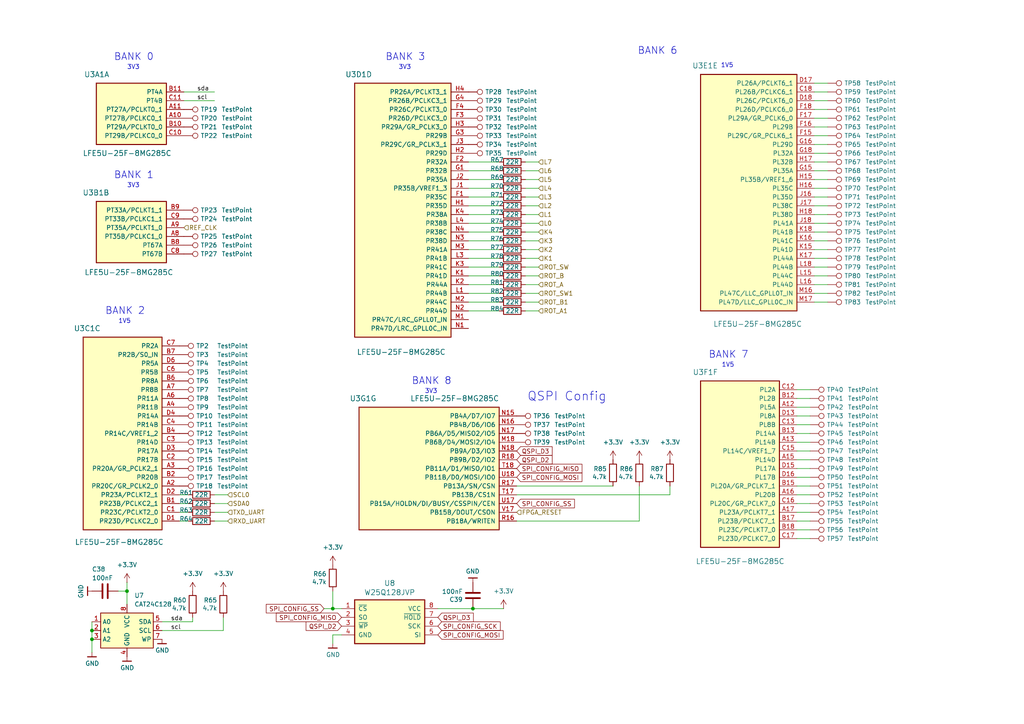
<source format=kicad_sch>
(kicad_sch (version 20250114) (generator "eeschema") (generator_version "9.0")
  (paper "A4")
  (title_block (title "FPGALER ") (date "2026-01-17") (rev "0") (comment 1 "Ing. Daniele Basile") (comment 2 "asterix24@gmail.com"))
  (text "BANK 3" (at 111.76 17.78 0) (effects (font (size 2.032 2.032)) (justify left bottom)))
  (text "1V5" (at 209.296 106.68 0) (effects (font (size 1.27 1.27)) (justify left bottom)))
  (text "BANK 0" (at 33.02 17.78 0) (effects (font (size 2.032 2.032)) (justify left bottom)))
  (text "3V3\n" (at 36.83 20.32 0) (effects (font (size 1.27 1.27)) (justify left bottom)))
  (text "BANK 2" (at 30.48 91.44 0) (effects (font (size 2.032 2.032)) (justify left bottom)))
  (text "3V3" (at 36.83 54.61 0) (effects (font (size 1.27 1.27)) (justify left bottom)))
  (text "3V3" (at 123.19 114.3 0) (effects (font (size 1.27 1.27)) (justify left bottom)))
  (text "BANK 1" (at 33.02 52.07 0) (effects (font (size 2.032 2.032)) (justify left bottom)))
  (text "QSPI Config" (at 152.908 116.586 0) (effects (font (size 2.54 2.54)) (justify left bottom)))
  (text "BANK 8" (at 119.38 111.76 0) (effects (font (size 2.032 2.032)) (justify left bottom)))
  (text "1V5" (at 34.29 93.98 0) (effects (font (size 1.27 1.27)) (justify left bottom)))
  (text "1V5\n" (at 209.042 19.812 0) (effects (font (size 1.27 1.27)) (justify left bottom)))
  (text "3V3\n" (at 115.57 20.32 0) (effects (font (size 1.27 1.27)) (justify left bottom)))
  (text "BANK 6" (at 184.912 16.002 0) (effects (font (size 2.032 2.032)) (justify left bottom)))
  (text "BANK 7" (at 205.486 104.14 0) (effects (font (size 2.032 2.032)) (justify left bottom)))
  (junction (at 26.67 182.88))
  (junction (at 137.16 176.53))
  (junction (at 96.52 176.53))
  (junction (at 36.83 171.45))
  (junction (at 26.67 185.42))
  (wire (pts (xy 231.14 140.97) (xy 234.95 140.97)))
  (wire (pts (xy 236.22 36.83) (xy 240.03 36.83)))
  (wire (pts (xy 135.89 82.55) (xy 144.78 82.55)))
  (wire (pts (xy 236.22 31.75) (xy 240.03 31.75)))
  (wire (pts (xy 135.89 57.15) (xy 144.78 57.15)))
  (wire (pts (xy 231.14 148.59) (xy 234.95 148.59)))
  (wire (pts (xy 135.89 87.63) (xy 144.78 87.63)))
  (wire (pts (xy 236.22 69.85) (xy 240.03 69.85)))
  (wire (pts (xy 231.14 135.89) (xy 234.95 135.89)))
  (wire (pts (xy 236.22 67.31) (xy 240.03 67.31)))
  (wire (pts (xy 236.22 44.45) (xy 240.03 44.45)))
  (wire (pts (xy 152.4 59.69) (xy 156.21 59.69)))
  (wire (pts (xy 52.07 146.05) (xy 54.61 146.05)))
  (wire (pts (xy 231.14 156.21) (xy 234.95 156.21)))
  (wire (pts (xy 236.22 77.47) (xy 240.03 77.47)))
  (wire (pts (xy 135.89 77.47) (xy 144.78 77.47)))
  (wire (pts (xy 231.14 123.19) (xy 234.95 123.19)))
  (wire (pts (xy 135.89 49.53) (xy 144.78 49.53)))
  (wire (pts (xy 135.89 85.09) (xy 144.78 85.09)))
  (wire (pts (xy 149.86 140.97) (xy 177.8 140.97)))
  (wire (pts (xy 236.22 26.67) (xy 240.03 26.67)))
  (wire (pts (xy 135.89 52.07) (xy 144.78 52.07)))
  (wire (pts (xy 62.23 143.51) (xy 66.04 143.51)))
  (wire (pts (xy 236.22 49.53) (xy 240.03 49.53)))
  (wire (pts (xy 135.89 69.85) (xy 144.78 69.85)))
  (wire (pts (xy 236.22 52.07) (xy 240.03 52.07)))
  (wire (pts (xy 149.86 143.51) (xy 194.31 143.51)))
  (wire (pts (xy 152.4 82.55) (xy 156.21 82.55)))
  (wire (pts (xy 231.14 113.03) (xy 234.95 113.03)))
  (wire (pts (xy 96.52 186.69) (xy 96.52 184.15)))
  (wire (pts (xy 52.07 151.13) (xy 54.61 151.13)))
  (wire (pts (xy 127 176.53) (xy 137.16 176.53)))
  (wire (pts (xy 236.22 87.63) (xy 240.03 87.63)))
  (wire (pts (xy 96.52 184.15) (xy 99.06 184.15)))
  (wire (pts (xy 194.31 140.97) (xy 194.31 143.51)))
  (wire (pts (xy 152.4 54.61) (xy 156.21 54.61)))
  (wire (pts (xy 46.99 180.34) (xy 55.88 180.34)))
  (wire (pts (xy 53.34 29.21) (xy 62.23 29.21)))
  (wire (pts (xy 152.4 49.53) (xy 156.21 49.53)))
  (wire (pts (xy 236.22 64.77) (xy 240.03 64.77)))
  (wire (pts (xy 231.14 128.27) (xy 234.95 128.27)))
  (wire (pts (xy 152.4 67.31) (xy 156.21 67.31)))
  (wire (pts (xy 52.07 143.51) (xy 54.61 143.51)))
  (wire (pts (xy 231.14 146.05) (xy 234.95 146.05)))
  (wire (pts (xy 236.22 57.15) (xy 240.03 57.15)))
  (wire (pts (xy 152.4 64.77) (xy 156.21 64.77)))
  (wire (pts (xy 62.23 146.05) (xy 66.04 146.05)))
  (wire (pts (xy 152.4 46.99) (xy 156.21 46.99)))
  (wire (pts (xy 231.14 120.65) (xy 234.95 120.65)))
  (wire (pts (xy 236.22 29.21) (xy 240.03 29.21)))
  (wire (pts (xy 96.52 176.53) (xy 96.52 171.45)))
  (wire (pts (xy 26.67 180.34) (xy 26.67 182.88)))
  (wire (pts (xy 152.4 74.93) (xy 156.21 74.93)))
  (wire (pts (xy 96.52 176.53) (xy 93.98 176.53)))
  (wire (pts (xy 62.23 151.13) (xy 66.04 151.13)))
  (wire (pts (xy 55.88 180.34) (xy 55.88 179.07)))
  (wire (pts (xy 152.4 52.07) (xy 156.21 52.07)))
  (wire (pts (xy 135.89 90.17) (xy 144.78 90.17)))
  (wire (pts (xy 236.22 82.55) (xy 240.03 82.55)))
  (wire (pts (xy 99.06 176.53) (xy 96.52 176.53)))
  (wire (pts (xy 135.89 54.61) (xy 144.78 54.61)))
  (wire (pts (xy 135.89 64.77) (xy 144.78 64.77)))
  (wire (pts (xy 231.14 138.43) (xy 234.95 138.43)))
  (wire (pts (xy 135.89 67.31) (xy 144.78 67.31)))
  (wire (pts (xy 135.89 72.39) (xy 144.78 72.39)))
  (wire (pts (xy 135.89 59.69) (xy 144.78 59.69)))
  (wire (pts (xy 36.83 171.45) (xy 36.83 175.26)))
  (wire (pts (xy 135.89 46.99) (xy 144.78 46.99)))
  (wire (pts (xy 26.67 185.42) (xy 26.67 189.23)))
  (wire (pts (xy 231.14 130.81) (xy 234.95 130.81)))
  (wire (pts (xy 231.14 153.67) (xy 234.95 153.67)))
  (wire (pts (xy 135.89 80.01) (xy 144.78 80.01)))
  (wire (pts (xy 231.14 151.13) (xy 234.95 151.13)))
  (wire (pts (xy 34.29 171.45) (xy 36.83 171.45)))
  (wire (pts (xy 152.4 80.01) (xy 156.21 80.01)))
  (wire (pts (xy 152.4 85.09) (xy 156.21 85.09)))
  (wire (pts (xy 231.14 133.35) (xy 234.95 133.35)))
  (wire (pts (xy 149.86 151.13) (xy 185.42 151.13)))
  (wire (pts (xy 152.4 57.15) (xy 156.21 57.15)))
  (wire (pts (xy 236.22 85.09) (xy 240.03 85.09)))
  (wire (pts (xy 53.34 26.67) (xy 62.23 26.67)))
  (wire (pts (xy 231.14 118.11) (xy 234.95 118.11)))
  (wire (pts (xy 236.22 24.13) (xy 240.03 24.13)))
  (wire (pts (xy 231.14 115.57) (xy 234.95 115.57)))
  (wire (pts (xy 36.83 168.91) (xy 36.83 171.45)))
  (wire (pts (xy 236.22 39.37) (xy 240.03 39.37)))
  (wire (pts (xy 152.4 69.85) (xy 156.21 69.85)))
  (wire (pts (xy 152.4 62.23) (xy 156.21 62.23)))
  (wire (pts (xy 62.23 148.59) (xy 66.04 148.59)))
  (wire (pts (xy 236.22 34.29) (xy 240.03 34.29)))
  (wire (pts (xy 236.22 62.23) (xy 240.03 62.23)))
  (wire (pts (xy 64.77 182.88) (xy 64.77 179.07)))
  (wire (pts (xy 135.89 74.93) (xy 144.78 74.93)))
  (wire (pts (xy 26.67 182.88) (xy 26.67 185.42)))
  (wire (pts (xy 185.42 151.13) (xy 185.42 140.97)))
  (wire (pts (xy 236.22 54.61) (xy 240.03 54.61)))
  (wire (pts (xy 231.14 125.73) (xy 234.95 125.73)))
  (wire (pts (xy 236.22 59.69) (xy 240.03 59.69)))
  (wire (pts (xy 236.22 74.93) (xy 240.03 74.93)))
  (wire (pts (xy 236.22 72.39) (xy 240.03 72.39)))
  (wire (pts (xy 236.22 46.99) (xy 240.03 46.99)))
  (wire (pts (xy 236.22 41.91) (xy 240.03 41.91)))
  (wire (pts (xy 152.4 90.17) (xy 156.21 90.17)))
  (wire (pts (xy 152.4 72.39) (xy 156.21 72.39)))
  (wire (pts (xy 46.99 182.88) (xy 64.77 182.88)))
  (wire (pts (xy 236.22 80.01) (xy 240.03 80.01)))
  (wire (pts (xy 152.4 77.47) (xy 156.21 77.47)))
  (wire (pts (xy 135.89 62.23) (xy 144.78 62.23)))
  (wire (pts (xy 52.07 148.59) (xy 54.61 148.59)))
  (wire (pts (xy 137.16 176.53) (xy 146.05 176.53)))
  (wire (pts (xy 152.4 87.63) (xy 156.21 87.63)))
  (wire (pts (xy 231.14 143.51) (xy 234.95 143.51)))
  (label "scl" (at 57.15 29.21 0))
  (label "scl" (at 49.53 182.88 0))
  (label "sda" (at 57.15 26.67 0))
  (label "sda" (at 49.53 180.34 0))
  (global_label "SPI_CONFIG_MISO" (shape input) (at 149.86 135.89 0) (property "Intersheetrefs" "${INTERSHEET_REFS}" (effects (hide yes))))
  (global_label "QSPI_D2" (shape input) (at 149.86 133.35 0) (property "Intersheetrefs" "${INTERSHEET_REFS}" (effects (hide yes))))
  (global_label "SPI_CONFIG_SCK" (shape input) (at 127 181.61 0) (property "Intersheetrefs" "${INTERSHEET_REFS}" (effects (hide yes))))
  (global_label "SPI_CONFIG_SS" (shape input) (at 149.86 146.05 0) (property "Intersheetrefs" "${INTERSHEET_REFS}" (effects (hide yes))))
  (global_label "QSPI_D2" (shape input) (at 99.06 181.61 180) (property "Intersheetrefs" "${INTERSHEET_REFS}" (effects (hide yes))))
  (global_label "QSPI_D3" (shape input) (at 149.86 130.81 0) (property "Intersheetrefs" "${INTERSHEET_REFS}" (effects (hide yes))))
  (global_label "SPI_CONFIG_MISO" (shape input) (at 99.06 179.07 180) (property "Intersheetrefs" "${INTERSHEET_REFS}" (effects (hide yes))))
  (global_label "SPI_CONFIG_MOSI" (shape input) (at 149.86 138.43 0) (property "Intersheetrefs" "${INTERSHEET_REFS}" (effects (hide yes))))
  (global_label "QSPI_D3" (shape input) (at 127 179.07 0) (property "Intersheetrefs" "${INTERSHEET_REFS}" (effects (hide yes))))
  (global_label "SPI_CONFIG_SS" (shape input) (at 93.98 176.53 180) (property "Intersheetrefs" "${INTERSHEET_REFS}" (effects (hide yes))))
  (global_label "SPI_CONFIG_MOSI" (shape input) (at 127 184.15 0) (property "Intersheetrefs" "${INTERSHEET_REFS}" (effects (hide yes))))
  (hierarchical_label "K2" (shape input) (at 156.21 72.39 0))
  (hierarchical_label "SCL0" (shape input) (at 66.04 143.51 0))
  (hierarchical_label "L0" (shape input) (at 156.21 64.77 0))
  (hierarchical_label "ROT_A1" (shape input) (at 156.21 90.17 0))
  (hierarchical_label "ROT_SW" (shape input) (at 156.21 77.47 0))
  (hierarchical_label "ROT_SW1" (shape input) (at 156.21 85.09 0))
  (hierarchical_label "ROT_A" (shape input) (at 156.21 82.55 0))
  (hierarchical_label "K4" (shape input) (at 156.21 67.31 0))
  (hierarchical_label "L2" (shape input) (at 156.21 59.69 0))
  (hierarchical_label "RXD_UART" (shape input) (at 66.04 151.13 0))
  (hierarchical_label "TXD_UART" (shape input) (at 66.04 148.59 0))
  (hierarchical_label "L6" (shape input) (at 156.21 49.53 0))
  (hierarchical_label "K3" (shape input) (at 156.21 69.85 0))
  (hierarchical_label "L4" (shape input) (at 156.21 54.61 0))
  (hierarchical_label "SDA0" (shape input) (at 66.04 146.05 0))
  (hierarchical_label "L3" (shape input) (at 156.21 57.15 0))
  (hierarchical_label "L7" (shape input) (at 156.21 46.99 0))
  (hierarchical_label "L1" (shape input) (at 156.21 62.23 0))
  (hierarchical_label "ROT_B1" (shape input) (at 156.21 87.63 0))
  (hierarchical_label "L5" (shape input) (at 156.21 52.07 0))
  (hierarchical_label "K1" (shape input) (at 156.21 74.93 0))
  (hierarchical_label "REF_CLK" (shape input) (at 53.34 66.04 0))
  (hierarchical_label "ROT_B" (shape input) (at 156.21 80.01 0))
  (hierarchical_label "FPGA_RESET" (shape input) (at 149.86 148.59 0))
  (symbol (lib_id "gkl_lattice:ECP5U25-MG285") (at 53.34 26.67 0) (mirror y) (unit 1)
    (property "Reference" "U3A1" (at 31.75 21.59 0) (effects (font (size 1.524 1.524)) (justify left)))
    (property "Value" "LFE5U-25F-8MG285C" (at 49.784 44.45 0) (effects (font (size 1.524 1.524)) (justify left)))
    (property "Footprint" "gkl_housings_bga:csBGA285" (effects (hide yes)))
    (property "PN" "LFE5U-25F-8MG285C" (effects (hide yes)))
    (property "Mfg" "Lattice Semiconductor Corporation" (effects (hide yes)))
    (property "Mfg_1" "Lattice Semiconductor Corporation" (effects (hide yes)))
    (property "PN_1" "LFE5U-25F-8MG285I" (effects (hide yes)))
    (property "mfg_product-variant:85F/4G" "Lattice Semiconductor Corporation" (effects (hide yes)))
    (property "pn_product-variant: 85F/4G" "LFE5U-85F-8MG285" (effects (hide yes)))
  )
  (symbol (lib_id "gkl_lattice:ECP5U25-MG285") (at 53.34 60.96 0) (mirror y) (unit 2)
    (property "Reference" "U3B1" (at 31.75 55.88 0) (effects (font (size 1.524 1.524)) (justify left)))
    (property "Value" "LFE5U-25F-8MG285C" (at 50.292 78.994 0) (effects (font (size 1.524 1.524)) (justify left)))
    (property "Footprint" "gkl_housings_bga:csBGA285" (effects (hide yes)))
    (property "PN" "LFE5U-25F-8MG285C" (effects (hide yes)))
    (property "Mfg" "Lattice Semiconductor Corporation" (effects (hide yes)))
    (property "Mfg_1" "Lattice Semiconductor Corporation" (effects (hide yes)))
    (property "PN_1" "LFE5U-25F-8MG285I" (effects (hide yes)))
    (property "mfg_product-variant:85F/4G" "Lattice Semiconductor Corporation" (effects (hide yes)))
    (property "pn_product-variant: 85F/4G" "LFE5U-85F-8MG285" (effects (hide yes)))
  )
  (symbol (lib_id "gkl_lattice:ECP5U25-MG285") (at 52.07 100.33 0) (mirror y) (unit 3)
    (property "Reference" "U3C1" (at 29.21 95.25 0) (effects (font (size 1.524 1.524)) (justify left)))
    (property "Value" "LFE5U-25F-8MG285C" (at 47.498 157.226 0) (effects (font (size 1.524 1.524)) (justify left)))
    (property "Footprint" "gkl_housings_bga:csBGA285" (effects (hide yes)))
    (property "PN" "LFE5U-25F-8MG285C" (effects (hide yes)))
    (property "Mfg" "Lattice Semiconductor Corporation" (effects (hide yes)))
    (property "Mfg_1" "Lattice Semiconductor Corporation" (effects (hide yes)))
    (property "PN_1" "LFE5U-25F-8MG285I" (effects (hide yes)))
    (property "mfg_product-variant:85F/4G" "Lattice Semiconductor Corporation" (effects (hide yes)))
    (property "pn_product-variant: 85F/4G" "LFE5U-85F-8MG285" (effects (hide yes)))
  )
  (symbol (lib_id "gkl_lattice:ECP5U25-MG285") (at 135.89 26.67 0) (mirror y) (unit 4)
    (property "Reference" "U3D1" (at 107.95 21.59 0) (effects (font (size 1.524 1.524)) (justify left)))
    (property "Value" "LFE5U-25F-8MG285C" (at 129.286 102.108 0) (effects (font (size 1.524 1.524)) (justify left)))
    (property "Footprint" "gkl_housings_bga:csBGA285" (effects (hide yes)))
    (property "PN" "LFE5U-25F-8MG285C" (effects (hide yes)))
    (property "Mfg" "Lattice Semiconductor Corporation" (effects (hide yes)))
    (property "Mfg_1" "Lattice Semiconductor Corporation" (effects (hide yes)))
    (property "PN_1" "LFE5U-25F-8MG285I" (effects (hide yes)))
    (property "mfg_product-variant:85F/4G" "Lattice Semiconductor Corporation" (effects (hide yes)))
    (property "pn_product-variant: 85F/4G" "LFE5U-85F-8MG285" (effects (hide yes)))
  )
  (symbol (lib_id "gkl_lattice:ECP5U25-MG285") (at 236.22 24.13 0) (mirror y) (unit 5)
    (property "Reference" "U3E1" (at 208.28 19.05 0) (effects (font (size 1.524 1.524)) (justify left)))
    (property "Value" "LFE5U-25F-8MG285C" (at 232.664 93.98 0) (effects (font (size 1.524 1.524)) (justify left)))
    (property "Footprint" "gkl_housings_bga:csBGA285" (effects (hide yes)))
    (property "PN" "LFE5U-25F-8MG285C" (effects (hide yes)))
    (property "Mfg" "Lattice Semiconductor Corporation" (effects (hide yes)))
    (property "Mfg_1" "Lattice Semiconductor Corporation" (effects (hide yes)))
    (property "PN_1" "LFE5U-25F-8MG285I" (effects (hide yes)))
    (property "mfg_product-variant:85F/4G" "Lattice Semiconductor Corporation" (effects (hide yes)))
    (property "pn_product-variant: 85F/4G" "LFE5U-85F-8MG285" (effects (hide yes)))
  )
  (symbol (lib_id "gkl_lattice:ECP5U25-MG285") (at 231.14 113.03 0) (mirror y) (unit 6)
    (property "Reference" "U3F1" (at 208.28 107.95 0) (effects (font (size 1.524 1.524)) (justify left)))
    (property "Value" "LFE5U-25F-8MG285C" (at 227.584 162.814 0) (effects (font (size 1.524 1.524)) (justify left)))
    (property "Footprint" "gkl_housings_bga:csBGA285" (effects (hide yes)))
    (property "PN" "LFE5U-25F-8MG285C" (effects (hide yes)))
    (property "Mfg" "Lattice Semiconductor Corporation" (effects (hide yes)))
    (property "Mfg_1" "Lattice Semiconductor Corporation" (effects (hide yes)))
    (property "PN_1" "LFE5U-25F-8MG285I" (effects (hide yes)))
    (property "mfg_product-variant:85F/4G" "Lattice Semiconductor Corporation" (effects (hide yes)))
    (property "pn_product-variant: 85F/4G" "LFE5U-85F-8MG285" (effects (hide yes)))
  )
  (symbol (lib_id "gkl_lattice:ECP5U25-MG285") (at 149.86 120.65 0) (mirror y) (unit 7)
    (property "Reference" "U3G1" (at 109.22 115.57 0) (effects (font (size 1.524 1.524)) (justify left)))
    (property "Value" "LFE5U-25F-8MG285C" (at 144.78 115.57 0) (effects (font (size 1.524 1.524)) (justify left)))
    (property "Footprint" "gkl_housings_bga:csBGA285" (effects (hide yes)))
    (property "PN" "LFE5U-25F-8MG285C" (effects (hide yes)))
    (property "Mfg" "Lattice Semiconductor Corporation" (effects (hide yes)))
    (property "Mfg_1" "Lattice Semiconductor Corporation" (effects (hide yes)))
    (property "PN_1" "LFE5U-25F-8MG285I" (effects (hide yes)))
    (property "mfg_product-variant:85F/4G" "Lattice Semiconductor Corporation" (effects (hide yes)))
    (property "pn_product-variant: 85F/4G" "LFE5U-85F-8MG285" (effects (hide yes)))
  )
  (symbol (lib_id "gkl_mem:AT25SF081") (at 113.03 180.34 0) (unit 1)
    (property "Reference" "U8" (at 113.03 169.1386 0) (effects (font (size 1.524 1.524))))
    (property "Value" "W25Q128JVP" (at 113.03 171.831 0) (effects (font (size 1.524 1.524))))
    (property "Footprint" "Package_SON:WSON-8-1EP_6x5mm_P1.27mm_EP3.4x4mm" (effects (hide yes)))
    (property "PN" "W25Q128JVPIQ" (effects (hide yes)))
    (property "Mfg" "Winbond Electronics" (effects (hide yes)))
  )
  (symbol (lib_id "gkl_power:GND") (at 96.52 186.69 0) (unit 1)
    (property "Reference" "#PWR099" (effects (hide yes)))
    (property "Value" "GND" (at 96.5962 189.8904 0))
  )
  (symbol (lib_id "power:+3.3V") (at 96.52 163.83 0) (unit 1)
    (property "Reference" "#PWR098" (effects (hide yes)))
    (property "Value" "+3.3V" (at 96.52 158.75 0))
    (property "Description" "Power symbol creates a global label with name \"+3.3V\"" (effects (hide yes)))
  )
  (symbol (lib_name "GND_1") (lib_id "gkl_power:GND") (at 26.67 171.45 270) (unit 1)
    (property "Reference" "#PWR091" (effects (hide yes)))
    (property "Value" "GND" (at 23.4696 171.5262 0))
  )
  (symbol (lib_id "Connector:TestPoint") (at 240.03 64.77 270) (unit 1) (in_bom no)
    (property "Reference" "TP74" (at 244.856 64.77 90) (effects (justify left)))
    (property "Value" "TestPoint" (at 250.952 64.77 90) (effects (justify left)))
    (property "Footprint" "TestPoint:TestPoint_THTPad_D1.5mm_Drill0.7mm" (effects (hide yes)))
    (property "Description" "test point" (effects (hide yes)))
  )
  (symbol (lib_id "Device:R") (at 177.8 137.16 0) (mirror x) (unit 1)
    (property "Reference" "R85" (at 176.022 135.9916 0) (effects (justify right)))
    (property "Value" "4.7k" (at 176.022 138.303 0) (effects (justify right)))
    (property "Footprint" "Resistor_SMD:R_0603_1608Metric" (effects (hide yes)))
    (property "Mfg" "‎Yageo‎" (effects (hide yes)))
    (property "PN" "RC0201FR-074K7L" (effects (hide yes)))
    (property "Mfg_1" "UNI-ROYAL(Uniroyal Elec)" (effects (hide yes)))
    (property "PN_1" "0201WMF4701TCE" (effects (hide yes)))
  )
  (symbol (lib_id "Connector:TestPoint") (at 52.07 128.27 270) (unit 1) (in_bom no)
    (property "Reference" "TP13" (at 56.896 128.27 90) (effects (justify left)))
    (property "Value" "TestPoint" (at 62.992 128.27 90) (effects (justify left)))
    (property "Footprint" "TestPoint:TestPoint_THTPad_D1.5mm_Drill0.7mm" (effects (hide yes)))
    (property "Description" "test point" (effects (hide yes)))
  )
  (symbol (lib_id "Connector:TestPoint") (at 52.07 100.33 270) (unit 1) (in_bom no)
    (property "Reference" "TP2" (at 56.896 100.33 90) (effects (justify left)))
    (property "Value" "TestPoint" (at 62.992 100.33 90) (effects (justify left)))
    (property "Footprint" "TestPoint:TestPoint_THTPad_D1.5mm_Drill0.7mm" (effects (hide yes)))
    (property "Description" "test point" (effects (hide yes)))
  )
  (symbol (lib_id "Connector:TestPoint") (at 52.07 125.73 270) (unit 1) (in_bom no)
    (property "Reference" "TP12" (at 56.896 125.73 90) (effects (justify left)))
    (property "Value" "TestPoint" (at 62.992 125.73 90) (effects (justify left)))
    (property "Footprint" "TestPoint:TestPoint_THTPad_D1.5mm_Drill0.7mm" (effects (hide yes)))
    (property "Description" "test point" (effects (hide yes)))
  )
  (symbol (lib_id "Device:R") (at 148.59 82.55 90) (unit 1)
    (property "Reference" "R81" (at 144.145 81.915 90))
    (property "Value" "22R" (at 148.59 82.55 90))
    (property "Footprint" "Resistor_SMD:R_0603_1608Metric" (effects (hide yes)))
    (property "Mfg" "‎Yageo‎" (effects (hide yes)))
    (property "PN" "RC0201FR-0720RL" (effects (hide yes)))
    (property "Mfg_1" "UNI-ROYAL(Uniroyal Elec)" (effects (hide yes)))
    (property "PN_1" "0201WMF200JTCE" (effects (hide yes)))
  )
  (symbol (lib_id "Device:R") (at 58.42 148.59 90) (unit 1)
    (property "Reference" "R63" (at 53.975 147.955 90))
    (property "Value" "22R" (at 58.42 148.59 90))
    (property "Footprint" "Resistor_SMD:R_0603_1608Metric" (effects (hide yes)))
    (property "Mfg" "‎Yageo‎" (effects (hide yes)))
    (property "PN" "RC0201FR-0720RL" (effects (hide yes)))
    (property "Mfg_1" "UNI-ROYAL(Uniroyal Elec)" (effects (hide yes)))
    (property "PN_1" "0201WMF200JTCE" (effects (hide yes)))
  )
  (symbol (lib_id "Connector:TestPoint") (at 240.03 67.31 270) (unit 1) (in_bom no)
    (property "Reference" "TP75" (at 244.856 67.31 90) (effects (justify left)))
    (property "Value" "TestPoint" (at 250.952 67.31 90) (effects (justify left)))
    (property "Footprint" "TestPoint:TestPoint_THTPad_D1.5mm_Drill0.7mm" (effects (hide yes)))
    (property "Description" "test point" (effects (hide yes)))
  )
  (symbol (lib_id "Connector:TestPoint") (at 135.89 29.21 270) (unit 1) (in_bom no)
    (property "Reference" "TP29" (at 140.716 29.21 90) (effects (justify left)))
    (property "Value" "TestPoint" (at 146.812 29.21 90) (effects (justify left)))
    (property "Footprint" "TestPoint:TestPoint_THTPad_D1.5mm_Drill0.7mm" (effects (hide yes)))
    (property "Description" "test point" (effects (hide yes)))
  )
  (symbol (lib_id "Device:R") (at 148.59 46.99 90) (unit 1)
    (property "Reference" "R67" (at 144.145 46.355 90))
    (property "Value" "22R" (at 148.59 46.99 90))
    (property "Footprint" "Resistor_SMD:R_0603_1608Metric" (effects (hide yes)))
    (property "Mfg" "‎Yageo‎" (effects (hide yes)))
    (property "PN" "RC0201FR-0720RL" (effects (hide yes)))
    (property "Mfg_1" "UNI-ROYAL(Uniroyal Elec)" (effects (hide yes)))
    (property "PN_1" "0201WMF200JTCE" (effects (hide yes)))
  )
  (symbol (lib_id "Connector:TestPoint") (at 240.03 31.75 270) (unit 1) (in_bom no)
    (property "Reference" "TP61" (at 244.856 31.75 90) (effects (justify left)))
    (property "Value" "TestPoint" (at 250.952 31.75 90) (effects (justify left)))
    (property "Footprint" "TestPoint:TestPoint_THTPad_D1.5mm_Drill0.7mm" (effects (hide yes)))
    (property "Description" "test point" (effects (hide yes)))
  )
  (symbol (lib_id "Device:R") (at 148.59 57.15 90) (unit 1)
    (property "Reference" "R71" (at 144.145 56.515 90))
    (property "Value" "22R" (at 148.59 57.15 90))
    (property "Footprint" "Resistor_SMD:R_0603_1608Metric" (effects (hide yes)))
    (property "Mfg" "‎Yageo‎" (effects (hide yes)))
    (property "PN" "RC0201FR-0720RL" (effects (hide yes)))
    (property "Mfg_1" "UNI-ROYAL(Uniroyal Elec)" (effects (hide yes)))
    (property "PN_1" "0201WMF200JTCE" (effects (hide yes)))
  )
  (symbol (lib_id "Connector:TestPoint") (at 53.34 34.29 270) (unit 1) (in_bom no)
    (property "Reference" "TP20" (at 58.166 34.29 90) (effects (justify left)))
    (property "Value" "TestPoint" (at 64.262 34.29 90) (effects (justify left)))
    (property "Footprint" "TestPoint:TestPoint_THTPad_D1.5mm_Drill0.7mm" (effects (hide yes)))
    (property "Description" "test point" (effects (hide yes)))
  )
  (symbol (lib_id "Connector:TestPoint") (at 240.03 74.93 270) (unit 1) (in_bom no)
    (property "Reference" "TP78" (at 244.856 74.93 90) (effects (justify left)))
    (property "Value" "TestPoint" (at 250.952 74.93 90) (effects (justify left)))
    (property "Footprint" "TestPoint:TestPoint_THTPad_D1.5mm_Drill0.7mm" (effects (hide yes)))
    (property "Description" "test point" (effects (hide yes)))
  )
  (symbol (lib_id "Connector:TestPoint") (at 240.03 85.09 270) (unit 1) (in_bom no)
    (property "Reference" "TP82" (at 244.856 85.09 90) (effects (justify left)))
    (property "Value" "TestPoint" (at 250.952 85.09 90) (effects (justify left)))
    (property "Footprint" "TestPoint:TestPoint_THTPad_D1.5mm_Drill0.7mm" (effects (hide yes)))
    (property "Description" "test point" (effects (hide yes)))
  )
  (symbol (lib_id "Device:R") (at 148.59 67.31 90) (unit 1)
    (property "Reference" "R75" (at 144.145 66.675 90))
    (property "Value" "22R" (at 148.59 67.31 90))
    (property "Footprint" "Resistor_SMD:R_0603_1608Metric" (effects (hide yes)))
    (property "Mfg" "‎Yageo‎" (effects (hide yes)))
    (property "PN" "RC0201FR-0720RL" (effects (hide yes)))
    (property "Mfg_1" "UNI-ROYAL(Uniroyal Elec)" (effects (hide yes)))
    (property "PN_1" "0201WMF200JTCE" (effects (hide yes)))
  )
  (symbol (lib_id "Device:R") (at 96.52 167.64 0) (mirror x) (unit 1)
    (property "Reference" "R66" (at 94.742 166.4716 0) (effects (justify right)))
    (property "Value" "4.7k" (at 94.742 168.783 0) (effects (justify right)))
    (property "Footprint" "Resistor_SMD:R_0603_1608Metric" (effects (hide yes)))
    (property "Mfg" "‎Yageo‎" (effects (hide yes)))
    (property "PN" "RC0201FR-074K7L" (effects (hide yes)))
    (property "Mfg_1" "UNI-ROYAL(Uniroyal Elec)" (effects (hide yes)))
    (property "PN_1" "0201WMF4701TCE" (effects (hide yes)))
  )
  (symbol (lib_id "Connector:TestPoint") (at 234.95 140.97 270) (unit 1) (in_bom no)
    (property "Reference" "TP51" (at 239.776 140.97 90) (effects (justify left)))
    (property "Value" "TestPoint" (at 245.872 140.97 90) (effects (justify left)))
    (property "Footprint" "TestPoint:TestPoint_THTPad_D1.5mm_Drill0.7mm" (effects (hide yes)))
    (property "Description" "test point" (effects (hide yes)))
  )
  (symbol (lib_id "Connector:TestPoint") (at 240.03 72.39 270) (unit 1) (in_bom no)
    (property "Reference" "TP77" (at 244.856 72.39 90) (effects (justify left)))
    (property "Value" "TestPoint" (at 250.952 72.39 90) (effects (justify left)))
    (property "Footprint" "TestPoint:TestPoint_THTPad_D1.5mm_Drill0.7mm" (effects (hide yes)))
    (property "Description" "test point" (effects (hide yes)))
  )
  (symbol (lib_id "Device:R") (at 58.42 143.51 90) (unit 1)
    (property "Reference" "R61" (at 53.975 142.875 90))
    (property "Value" "22R" (at 58.42 143.51 90))
    (property "Footprint" "Resistor_SMD:R_0603_1608Metric" (effects (hide yes)))
    (property "Mfg" "‎Yageo‎" (effects (hide yes)))
    (property "PN" "RC0201FR-0720RL" (effects (hide yes)))
    (property "Mfg_1" "UNI-ROYAL(Uniroyal Elec)" (effects (hide yes)))
    (property "PN_1" "0201WMF200JTCE" (effects (hide yes)))
  )
  (symbol (lib_id "Connector:TestPoint") (at 234.95 118.11 270) (unit 1) (in_bom no)
    (property "Reference" "TP42" (at 239.776 118.11 90) (effects (justify left)))
    (property "Value" "TestPoint" (at 245.872 118.11 90) (effects (justify left)))
    (property "Footprint" "TestPoint:TestPoint_THTPad_D1.5mm_Drill0.7mm" (effects (hide yes)))
    (property "Description" "test point" (effects (hide yes)))
  )
  (symbol (lib_id "Device:R") (at 148.59 54.61 90) (unit 1)
    (property "Reference" "R70" (at 144.145 53.975 90))
    (property "Value" "22R" (at 148.59 54.61 90))
    (property "Footprint" "Resistor_SMD:R_0603_1608Metric" (effects (hide yes)))
    (property "Mfg" "‎Yageo‎" (effects (hide yes)))
    (property "PN" "RC0201FR-0720RL" (effects (hide yes)))
    (property "Mfg_1" "UNI-ROYAL(Uniroyal Elec)" (effects (hide yes)))
    (property "PN_1" "0201WMF200JTCE" (effects (hide yes)))
  )
  (symbol (lib_id "Connector:TestPoint") (at 53.34 73.66 270) (unit 1) (in_bom no)
    (property "Reference" "TP27" (at 58.166 73.66 90) (effects (justify left)))
    (property "Value" "TestPoint" (at 64.262 73.66 90) (effects (justify left)))
    (property "Footprint" "TestPoint:TestPoint_THTPad_D1.5mm_Drill0.7mm" (effects (hide yes)))
    (property "Description" "test point" (effects (hide yes)))
  )
  (symbol (lib_id "Device:R") (at 58.42 146.05 90) (unit 1)
    (property "Reference" "R62" (at 53.975 145.415 90))
    (property "Value" "22R" (at 58.42 146.05 90))
    (property "Footprint" "Resistor_SMD:R_0603_1608Metric" (effects (hide yes)))
    (property "Mfg" "‎Yageo‎" (effects (hide yes)))
    (property "PN" "RC0201FR-0720RL" (effects (hide yes)))
    (property "Mfg_1" "UNI-ROYAL(Uniroyal Elec)" (effects (hide yes)))
    (property "PN_1" "0201WMF200JTCE" (effects (hide yes)))
  )
  (symbol (lib_id "Connector:TestPoint") (at 240.03 82.55 270) (unit 1) (in_bom no)
    (property "Reference" "TP81" (at 244.856 82.55 90) (effects (justify left)))
    (property "Value" "TestPoint" (at 250.952 82.55 90) (effects (justify left)))
    (property "Footprint" "TestPoint:TestPoint_THTPad_D1.5mm_Drill0.7mm" (effects (hide yes)))
    (property "Description" "test point" (effects (hide yes)))
  )
  (symbol (lib_id "Connector:TestPoint") (at 234.95 130.81 270) (unit 1) (in_bom no)
    (property "Reference" "TP47" (at 239.776 130.81 90) (effects (justify left)))
    (property "Value" "TestPoint" (at 245.872 130.81 90) (effects (justify left)))
    (property "Footprint" "TestPoint:TestPoint_THTPad_D1.5mm_Drill0.7mm" (effects (hide yes)))
    (property "Description" "test point" (effects (hide yes)))
  )
  (symbol (lib_id "Connector:TestPoint") (at 149.86 120.65 270) (unit 1) (in_bom no)
    (property "Reference" "TP36" (at 154.686 120.65 90) (effects (justify left)))
    (property "Value" "TestPoint" (at 160.782 120.65 90) (effects (justify left)))
    (property "Footprint" "TestPoint:TestPoint_THTPad_D1.5mm_Drill0.7mm" (effects (hide yes)))
    (property "Description" "test point" (effects (hide yes)))
  )
  (symbol (lib_id "Connector:TestPoint") (at 52.07 107.95 270) (unit 1) (in_bom no)
    (property "Reference" "TP5" (at 56.896 107.95 90) (effects (justify left)))
    (property "Value" "TestPoint" (at 62.992 107.95 90) (effects (justify left)))
    (property "Footprint" "TestPoint:TestPoint_THTPad_D1.5mm_Drill0.7mm" (effects (hide yes)))
    (property "Description" "test point" (effects (hide yes)))
  )
  (symbol (lib_id "Connector:TestPoint") (at 234.95 135.89 270) (unit 1) (in_bom no)
    (property "Reference" "TP49" (at 239.776 135.89 90) (effects (justify left)))
    (property "Value" "TestPoint" (at 245.872 135.89 90) (effects (justify left)))
    (property "Footprint" "TestPoint:TestPoint_THTPad_D1.5mm_Drill0.7mm" (effects (hide yes)))
    (property "Description" "test point" (effects (hide yes)))
  )
  (symbol (lib_id "Connector:TestPoint") (at 240.03 24.13 270) (unit 1) (in_bom no)
    (property "Reference" "TP58" (at 244.856 24.13 90) (effects (justify left)))
    (property "Value" "TestPoint" (at 250.952 24.13 90) (effects (justify left)))
    (property "Footprint" "TestPoint:TestPoint_THTPad_D1.5mm_Drill0.7mm" (effects (hide yes)))
    (property "Description" "test point" (effects (hide yes)))
  )
  (symbol (lib_id "Connector:TestPoint") (at 234.95 138.43 270) (unit 1) (in_bom no)
    (property "Reference" "TP50" (at 239.776 138.43 90) (effects (justify left)))
    (property "Value" "TestPoint" (at 245.872 138.43 90) (effects (justify left)))
    (property "Footprint" "TestPoint:TestPoint_THTPad_D1.5mm_Drill0.7mm" (effects (hide yes)))
    (property "Description" "test point" (effects (hide yes)))
  )
  (symbol (lib_id "Connector:TestPoint") (at 240.03 49.53 270) (unit 1) (in_bom no)
    (property "Reference" "TP68" (at 244.856 49.53 90) (effects (justify left)))
    (property "Value" "TestPoint" (at 250.952 49.53 90) (effects (justify left)))
    (property "Footprint" "TestPoint:TestPoint_THTPad_D1.5mm_Drill0.7mm" (effects (hide yes)))
    (property "Description" "test point" (effects (hide yes)))
  )
  (symbol (lib_id "power:+3.3V") (at 194.31 133.35 0) (unit 1)
    (property "Reference" "#PWR0104" (effects (hide yes)))
    (property "Value" "+3.3V" (at 194.31 128.27 0))
    (property "Description" "Power symbol creates a global label with name \"+3.3V\"" (effects (hide yes)))
  )
  (symbol (lib_id "Device:R") (at 148.59 59.69 90) (unit 1)
    (property "Reference" "R72" (at 144.145 59.055 90))
    (property "Value" "22R" (at 148.59 59.69 90))
    (property "Footprint" "Resistor_SMD:R_0603_1608Metric" (effects (hide yes)))
    (property "Mfg" "‎Yageo‎" (effects (hide yes)))
    (property "PN" "RC0201FR-0720RL" (effects (hide yes)))
    (property "Mfg_1" "UNI-ROYAL(Uniroyal Elec)" (effects (hide yes)))
    (property "PN_1" "0201WMF200JTCE" (effects (hide yes)))
  )
  (symbol (lib_id "Connector:TestPoint") (at 135.89 31.75 270) (unit 1) (in_bom no)
    (property "Reference" "TP30" (at 140.716 31.75 90) (effects (justify left)))
    (property "Value" "TestPoint" (at 146.812 31.75 90) (effects (justify left)))
    (property "Footprint" "TestPoint:TestPoint_THTPad_D1.5mm_Drill0.7mm" (effects (hide yes)))
    (property "Description" "test point" (effects (hide yes)))
  )
  (symbol (lib_id "power:+3.3V") (at 177.8 133.35 0) (unit 1)
    (property "Reference" "#PWR0102" (effects (hide yes)))
    (property "Value" "+3.3V" (at 177.8 128.27 0))
    (property "Description" "Power symbol creates a global label with name \"+3.3V\"" (effects (hide yes)))
  )
  (symbol (lib_id "Device:R") (at 148.59 62.23 90) (unit 1)
    (property "Reference" "R73" (at 144.145 61.595 90))
    (property "Value" "22R" (at 148.59 62.23 90))
    (property "Footprint" "Resistor_SMD:R_0603_1608Metric" (effects (hide yes)))
    (property "Mfg" "‎Yageo‎" (effects (hide yes)))
    (property "PN" "RC0201FR-0720RL" (effects (hide yes)))
    (property "Mfg_1" "UNI-ROYAL(Uniroyal Elec)" (effects (hide yes)))
    (property "PN_1" "0201WMF200JTCE" (effects (hide yes)))
  )
  (symbol (lib_id "Connector:TestPoint") (at 234.95 123.19 270) (unit 1) (in_bom no)
    (property "Reference" "TP44" (at 239.776 123.19 90) (effects (justify left)))
    (property "Value" "TestPoint" (at 245.872 123.19 90) (effects (justify left)))
    (property "Footprint" "TestPoint:TestPoint_THTPad_D1.5mm_Drill0.7mm" (effects (hide yes)))
    (property "Description" "test point" (effects (hide yes)))
  )
  (symbol (lib_id "Connector:TestPoint") (at 52.07 133.35 270) (unit 1) (in_bom no)
    (property "Reference" "TP15" (at 56.896 133.35 90) (effects (justify left)))
    (property "Value" "TestPoint" (at 62.992 133.35 90) (effects (justify left)))
    (property "Footprint" "TestPoint:TestPoint_THTPad_D1.5mm_Drill0.7mm" (effects (hide yes)))
    (property "Description" "test point" (effects (hide yes)))
  )
  (symbol (lib_id "Connector:TestPoint") (at 52.07 138.43 270) (unit 1) (in_bom no)
    (property "Reference" "TP17" (at 56.896 138.43 90) (effects (justify left)))
    (property "Value" "TestPoint" (at 62.992 138.43 90) (effects (justify left)))
    (property "Footprint" "TestPoint:TestPoint_THTPad_D1.5mm_Drill0.7mm" (effects (hide yes)))
    (property "Description" "test point" (effects (hide yes)))
  )
  (symbol (lib_id "Connector:TestPoint") (at 52.07 123.19 270) (unit 1) (in_bom no)
    (property "Reference" "TP11" (at 56.896 123.19 90) (effects (justify left)))
    (property "Value" "TestPoint" (at 62.992 123.19 90) (effects (justify left)))
    (property "Footprint" "TestPoint:TestPoint_THTPad_D1.5mm_Drill0.7mm" (effects (hide yes)))
    (property "Description" "test point" (effects (hide yes)))
  )
  (symbol (lib_id "Memory_EEPROM:CAT24C128") (at 36.83 182.88 0) (unit 1)
    (property "Reference" "U7" (at 38.9733 172.72 0) (effects (justify left)))
    (property "Value" "CAT24C128" (at 38.9733 175.26 0) (effects (justify left)))
    (property "Footprint" "Package_SO:SOIC-8_3.9x4.9mm_P1.27mm" (effects (hide yes)))
    (property "Datasheet" "https://www.onsemi.com/pub/Collateral/CAT24C128-D.PDF" (effects (hide yes)))
    (property "Description" "128 kb CMOS Serial EEPROM, SOIC-8/TSSOP-8/DFN-8" (effects (hide yes)))
  )
  (symbol (lib_id "Connector:TestPoint") (at 52.07 118.11 270) (unit 1) (in_bom no)
    (property "Reference" "TP9" (at 56.896 118.11 90) (effects (justify left)))
    (property "Value" "TestPoint" (at 62.992 118.11 90) (effects (justify left)))
    (property "Footprint" "TestPoint:TestPoint_THTPad_D1.5mm_Drill0.7mm" (effects (hide yes)))
    (property "Description" "test point" (effects (hide yes)))
  )
  (symbol (lib_id "Connector:TestPoint") (at 52.07 135.89 270) (unit 1) (in_bom no)
    (property "Reference" "TP16" (at 56.896 135.89 90) (effects (justify left)))
    (property "Value" "TestPoint" (at 62.992 135.89 90) (effects (justify left)))
    (property "Footprint" "TestPoint:TestPoint_THTPad_D1.5mm_Drill0.7mm" (effects (hide yes)))
    (property "Description" "test point" (effects (hide yes)))
  )
  (symbol (lib_name "GND_1") (lib_id "gkl_power:GND") (at 26.67 189.23 0) (unit 1)
    (property "Reference" "#PWR092" (effects (hide yes)))
    (property "Value" "GND" (at 26.7462 192.4304 0))
  )
  (symbol (lib_id "Connector:TestPoint") (at 240.03 26.67 270) (unit 1) (in_bom no)
    (property "Reference" "TP59" (at 244.856 26.67 90) (effects (justify left)))
    (property "Value" "TestPoint" (at 250.952 26.67 90) (effects (justify left)))
    (property "Footprint" "TestPoint:TestPoint_THTPad_D1.5mm_Drill0.7mm" (effects (hide yes)))
    (property "Description" "test point" (effects (hide yes)))
  )
  (symbol (lib_id "Connector:TestPoint") (at 135.89 44.45 270) (unit 1) (in_bom no)
    (property "Reference" "TP35" (at 140.716 44.45 90) (effects (justify left)))
    (property "Value" "TestPoint" (at 146.812 44.45 90) (effects (justify left)))
    (property "Footprint" "TestPoint:TestPoint_THTPad_D1.5mm_Drill0.7mm" (effects (hide yes)))
    (property "Description" "test point" (effects (hide yes)))
  )
  (symbol (lib_id "Device:R") (at 55.88 175.26 0) (mirror x) (unit 1)
    (property "Reference" "R60" (at 54.102 174.0916 0) (effects (justify right)))
    (property "Value" "4.7k" (at 54.102 176.403 0) (effects (justify right)))
    (property "Footprint" "Resistor_SMD:R_0603_1608Metric" (effects (hide yes)))
    (property "Mfg" "‎Yageo‎" (effects (hide yes)))
    (property "PN" "RC0201FR-074K7L" (effects (hide yes)))
    (property "Mfg_1" "UNI-ROYAL(Uniroyal Elec)" (effects (hide yes)))
    (property "PN_1" "0201WMF4701TCE" (effects (hide yes)))
  )
  (symbol (lib_id "Connector:TestPoint") (at 52.07 130.81 270) (unit 1) (in_bom no)
    (property "Reference" "TP14" (at 56.896 130.81 90) (effects (justify left)))
    (property "Value" "TestPoint" (at 62.992 130.81 90) (effects (justify left)))
    (property "Footprint" "TestPoint:TestPoint_THTPad_D1.5mm_Drill0.7mm" (effects (hide yes)))
    (property "Description" "test point" (effects (hide yes)))
  )
  (symbol (lib_id "Connector:TestPoint") (at 149.86 128.27 270) (unit 1) (in_bom no)
    (property "Reference" "TP39" (at 154.686 128.27 90) (effects (justify left)))
    (property "Value" "TestPoint" (at 160.782 128.27 90) (effects (justify left)))
    (property "Footprint" "TestPoint:TestPoint_THTPad_D1.5mm_Drill0.7mm" (effects (hide yes)))
    (property "Description" "test point" (effects (hide yes)))
  )
  (symbol (lib_id "Connector:TestPoint") (at 240.03 36.83 270) (unit 1) (in_bom no)
    (property "Reference" "TP63" (at 244.856 36.83 90) (effects (justify left)))
    (property "Value" "TestPoint" (at 250.952 36.83 90) (effects (justify left)))
    (property "Footprint" "TestPoint:TestPoint_THTPad_D1.5mm_Drill0.7mm" (effects (hide yes)))
    (property "Description" "test point" (effects (hide yes)))
  )
  (symbol (lib_id "Connector:TestPoint") (at 52.07 113.03 270) (unit 1) (in_bom no)
    (property "Reference" "TP7" (at 56.896 113.03 90) (effects (justify left)))
    (property "Value" "TestPoint" (at 62.992 113.03 90) (effects (justify left)))
    (property "Footprint" "TestPoint:TestPoint_THTPad_D1.5mm_Drill0.7mm" (effects (hide yes)))
    (property "Description" "test point" (effects (hide yes)))
  )
  (symbol (lib_id "Connector:TestPoint") (at 53.34 39.37 270) (unit 1) (in_bom no)
    (property "Reference" "TP22" (at 58.166 39.37 90) (effects (justify left)))
    (property "Value" "TestPoint" (at 64.262 39.37 90) (effects (justify left)))
    (property "Footprint" "TestPoint:TestPoint_THTPad_D1.5mm_Drill0.7mm" (effects (hide yes)))
    (property "Description" "test point" (effects (hide yes)))
  )
  (symbol (lib_id "gkl_power:GND") (at 137.16 168.91 180) (unit 1)
    (property "Reference" "#PWR0100" (effects (hide yes)))
    (property "Value" "GND" (at 137.0838 165.7096 0))
  )
  (symbol (lib_id "Connector:TestPoint") (at 135.89 41.91 270) (unit 1) (in_bom no)
    (property "Reference" "TP34" (at 140.716 41.91 90) (effects (justify left)))
    (property "Value" "TestPoint" (at 146.812 41.91 90) (effects (justify left)))
    (property "Footprint" "TestPoint:TestPoint_THTPad_D1.5mm_Drill0.7mm" (effects (hide yes)))
    (property "Description" "test point" (effects (hide yes)))
  )
  (symbol (lib_id "Connector:TestPoint") (at 234.95 153.67 270) (unit 1) (in_bom no)
    (property "Reference" "TP56" (at 239.776 153.67 90) (effects (justify left)))
    (property "Value" "TestPoint" (at 245.872 153.67 90) (effects (justify left)))
    (property "Footprint" "TestPoint:TestPoint_THTPad_D1.5mm_Drill0.7mm" (effects (hide yes)))
    (property "Description" "test point" (effects (hide yes)))
  )
  (symbol (lib_id "Device:R") (at 148.59 80.01 90) (unit 1)
    (property "Reference" "R80" (at 144.145 79.375 90))
    (property "Value" "22R" (at 148.59 80.01 90))
    (property "Footprint" "Resistor_SMD:R_0603_1608Metric" (effects (hide yes)))
    (property "Mfg" "‎Yageo‎" (effects (hide yes)))
    (property "PN" "RC0201FR-0720RL" (effects (hide yes)))
    (property "Mfg_1" "UNI-ROYAL(Uniroyal Elec)" (effects (hide yes)))
    (property "PN_1" "0201WMF200JTCE" (effects (hide yes)))
  )
  (symbol (lib_id "Connector:TestPoint") (at 53.34 60.96 270) (unit 1) (in_bom no)
    (property "Reference" "TP23" (at 58.166 60.96 90) (effects (justify left)))
    (property "Value" "TestPoint" (at 64.262 60.96 90) (effects (justify left)))
    (property "Footprint" "TestPoint:TestPoint_THTPad_D1.5mm_Drill0.7mm" (effects (hide yes)))
    (property "Description" "test point" (effects (hide yes)))
  )
  (symbol (lib_id "Device:C") (at 137.16 172.72 180) (unit 1)
    (property "Reference" "C39" (at 134.239 173.8884 0) (effects (justify left)))
    (property "Value" "100nF" (at 134.239 171.577 0) (effects (justify left)))
    (property "Footprint" "Capacitor_SMD:C_0603_1608Metric" (effects (hide yes)))
    (property "Mfg" "Samsung Electro-Mechanics" (effects (hide yes)))
    (property "PN" "CL03A104KQ3NNNC" (effects (hide yes)))
    (property "Mfg_1" "YAGEO" (effects (hide yes)))
    (property "PN_1" "CC0201KRX5R7BB104" (effects (hide yes)))
  )
  (symbol (lib_id "Device:R") (at 64.77 175.26 0) (mirror x) (unit 1)
    (property "Reference" "R65" (at 62.992 174.0916 0) (effects (justify right)))
    (property "Value" "4.7k" (at 62.992 176.403 0) (effects (justify right)))
    (property "Footprint" "Resistor_SMD:R_0603_1608Metric" (effects (hide yes)))
    (property "Mfg" "‎Yageo‎" (effects (hide yes)))
    (property "PN" "RC0201FR-074K7L" (effects (hide yes)))
    (property "Mfg_1" "UNI-ROYAL(Uniroyal Elec)" (effects (hide yes)))
    (property "PN_1" "0201WMF4701TCE" (effects (hide yes)))
  )
  (symbol (lib_id "Connector:TestPoint") (at 240.03 46.99 270) (unit 1) (in_bom no)
    (property "Reference" "TP67" (at 244.856 46.99 90) (effects (justify left)))
    (property "Value" "TestPoint" (at 250.952 46.99 90) (effects (justify left)))
    (property "Footprint" "TestPoint:TestPoint_THTPad_D1.5mm_Drill0.7mm" (effects (hide yes)))
    (property "Description" "test point" (effects (hide yes)))
  )
  (symbol (lib_id "Connector:TestPoint") (at 53.34 36.83 270) (unit 1) (in_bom no)
    (property "Reference" "TP21" (at 58.166 36.83 90) (effects (justify left)))
    (property "Value" "TestPoint" (at 64.262 36.83 90) (effects (justify left)))
    (property "Footprint" "TestPoint:TestPoint_THTPad_D1.5mm_Drill0.7mm" (effects (hide yes)))
    (property "Description" "test point" (effects (hide yes)))
  )
  (symbol (lib_id "Connector:TestPoint") (at 240.03 54.61 270) (unit 1) (in_bom no)
    (property "Reference" "TP70" (at 244.856 54.61 90) (effects (justify left)))
    (property "Value" "TestPoint" (at 250.952 54.61 90) (effects (justify left)))
    (property "Footprint" "TestPoint:TestPoint_THTPad_D1.5mm_Drill0.7mm" (effects (hide yes)))
    (property "Description" "test point" (effects (hide yes)))
  )
  (symbol (lib_id "Connector:TestPoint") (at 52.07 140.97 270) (unit 1) (in_bom no)
    (property "Reference" "TP18" (at 56.896 140.97 90) (effects (justify left)))
    (property "Value" "TestPoint" (at 62.992 140.97 90) (effects (justify left)))
    (property "Footprint" "TestPoint:TestPoint_THTPad_D1.5mm_Drill0.7mm" (effects (hide yes)))
    (property "Description" "test point" (effects (hide yes)))
  )
  (symbol (lib_id "Connector:TestPoint") (at 240.03 87.63 270) (unit 1) (in_bom no)
    (property "Reference" "TP83" (at 244.856 87.63 90) (effects (justify left)))
    (property "Value" "TestPoint" (at 250.952 87.63 90) (effects (justify left)))
    (property "Footprint" "TestPoint:TestPoint_THTPad_D1.5mm_Drill0.7mm" (effects (hide yes)))
    (property "Description" "test point" (effects (hide yes)))
  )
  (symbol (lib_id "Connector:TestPoint") (at 234.95 143.51 270) (unit 1) (in_bom no)
    (property "Reference" "TP52" (at 239.776 143.51 90) (effects (justify left)))
    (property "Value" "TestPoint" (at 245.872 143.51 90) (effects (justify left)))
    (property "Footprint" "TestPoint:TestPoint_THTPad_D1.5mm_Drill0.7mm" (effects (hide yes)))
    (property "Description" "test point" (effects (hide yes)))
  )
  (symbol (lib_id "Connector:TestPoint") (at 52.07 120.65 270) (unit 1) (in_bom no)
    (property "Reference" "TP10" (at 56.896 120.65 90) (effects (justify left)))
    (property "Value" "TestPoint" (at 62.992 120.65 90) (effects (justify left)))
    (property "Footprint" "TestPoint:TestPoint_THTPad_D1.5mm_Drill0.7mm" (effects (hide yes)))
    (property "Description" "test point" (effects (hide yes)))
  )
  (symbol (lib_id "power:+3.3V") (at 146.05 176.53 0) (unit 1)
    (property "Reference" "#PWR0101" (effects (hide yes)))
    (property "Value" "+3.3V" (at 146.05 171.45 0))
    (property "Description" "Power symbol creates a global label with name \"+3.3V\"" (effects (hide yes)))
  )
  (symbol (lib_id "Connector:TestPoint") (at 240.03 29.21 270) (unit 1) (in_bom no)
    (property "Reference" "TP60" (at 244.856 29.21 90) (effects (justify left)))
    (property "Value" "TestPoint" (at 250.952 29.21 90) (effects (justify left)))
    (property "Footprint" "TestPoint:TestPoint_THTPad_D1.5mm_Drill0.7mm" (effects (hide yes)))
    (property "Description" "test point" (effects (hide yes)))
  )
  (symbol (lib_name "GND_1") (lib_id "gkl_power:GND") (at 36.83 190.5 0) (unit 1)
    (property "Reference" "#PWR094" (effects (hide yes)))
    (property "Value" "GND" (at 36.9062 193.7004 0))
  )
  (symbol (lib_id "Connector:TestPoint") (at 240.03 34.29 270) (unit 1) (in_bom no)
    (property "Reference" "TP62" (at 244.856 34.29 90) (effects (justify left)))
    (property "Value" "TestPoint" (at 250.952 34.29 90) (effects (justify left)))
    (property "Footprint" "TestPoint:TestPoint_THTPad_D1.5mm_Drill0.7mm" (effects (hide yes)))
    (property "Description" "test point" (effects (hide yes)))
  )
  (symbol (lib_id "Device:R") (at 148.59 49.53 90) (unit 1)
    (property "Reference" "R68" (at 144.145 48.895 90))
    (property "Value" "22R" (at 148.59 49.53 90))
    (property "Footprint" "Resistor_SMD:R_0603_1608Metric" (effects (hide yes)))
    (property "Mfg" "‎Yageo‎" (effects (hide yes)))
    (property "PN" "RC0201FR-0720RL" (effects (hide yes)))
    (property "Mfg_1" "UNI-ROYAL(Uniroyal Elec)" (effects (hide yes)))
    (property "PN_1" "0201WMF200JTCE" (effects (hide yes)))
  )
  (symbol (lib_id "Connector:TestPoint") (at 52.07 110.49 270) (unit 1) (in_bom no)
    (property "Reference" "TP6" (at 56.896 110.49 90) (effects (justify left)))
    (property "Value" "TestPoint" (at 62.992 110.49 90) (effects (justify left)))
    (property "Footprint" "TestPoint:TestPoint_THTPad_D1.5mm_Drill0.7mm" (effects (hide yes)))
    (property "Description" "test point" (effects (hide yes)))
  )
  (symbol (lib_id "Connector:TestPoint") (at 53.34 31.75 270) (unit 1) (in_bom no)
    (property "Reference" "TP19" (at 58.166 31.75 90) (effects (justify left)))
    (property "Value" "TestPoint" (at 64.262 31.75 90) (effects (justify left)))
    (property "Footprint" "TestPoint:TestPoint_THTPad_D1.5mm_Drill0.7mm" (effects (hide yes)))
    (property "Description" "test point" (effects (hide yes)))
  )
  (symbol (lib_id "Connector:TestPoint") (at 240.03 57.15 270) (unit 1) (in_bom no)
    (property "Reference" "TP71" (at 244.856 57.15 90) (effects (justify left)))
    (property "Value" "TestPoint" (at 250.952 57.15 90) (effects (justify left)))
    (property "Footprint" "TestPoint:TestPoint_THTPad_D1.5mm_Drill0.7mm" (effects (hide yes)))
    (property "Description" "test point" (effects (hide yes)))
  )
  (symbol (lib_id "Connector:TestPoint") (at 52.07 115.57 270) (unit 1) (in_bom no)
    (property "Reference" "TP8" (at 56.896 115.57 90) (effects (justify left)))
    (property "Value" "TestPoint" (at 62.992 115.57 90) (effects (justify left)))
    (property "Footprint" "TestPoint:TestPoint_THTPad_D1.5mm_Drill0.7mm" (effects (hide yes)))
    (property "Description" "test point" (effects (hide yes)))
  )
  (symbol (lib_id "Connector:TestPoint") (at 234.95 156.21 270) (unit 1) (in_bom no)
    (property "Reference" "TP57" (at 239.776 156.21 90) (effects (justify left)))
    (property "Value" "TestPoint" (at 245.872 156.21 90) (effects (justify left)))
    (property "Footprint" "TestPoint:TestPoint_THTPad_D1.5mm_Drill0.7mm" (effects (hide yes)))
    (property "Description" "test point" (effects (hide yes)))
  )
  (symbol (lib_id "Device:R") (at 148.59 85.09 90) (unit 1)
    (property "Reference" "R82" (at 144.145 84.455 90))
    (property "Value" "22R" (at 148.59 85.09 90))
    (property "Footprint" "Resistor_SMD:R_0603_1608Metric" (effects (hide yes)))
    (property "Mfg" "‎Yageo‎" (effects (hide yes)))
    (property "PN" "RC0201FR-0720RL" (effects (hide yes)))
    (property "Mfg_1" "UNI-ROYAL(Uniroyal Elec)" (effects (hide yes)))
    (property "PN_1" "0201WMF200JTCE" (effects (hide yes)))
  )
  (symbol (lib_id "Device:R") (at 148.59 69.85 90) (unit 1)
    (property "Reference" "R76" (at 144.145 69.215 90))
    (property "Value" "22R" (at 148.59 69.85 90))
    (property "Footprint" "Resistor_SMD:R_0603_1608Metric" (effects (hide yes)))
    (property "Mfg" "‎Yageo‎" (effects (hide yes)))
    (property "PN" "RC0201FR-0720RL" (effects (hide yes)))
    (property "Mfg_1" "UNI-ROYAL(Uniroyal Elec)" (effects (hide yes)))
    (property "PN_1" "0201WMF200JTCE" (effects (hide yes)))
  )
  (symbol (lib_id "Device:R") (at 148.59 87.63 90) (unit 1)
    (property "Reference" "R83" (at 144.145 86.995 90))
    (property "Value" "22R" (at 148.59 87.63 90))
    (property "Footprint" "Resistor_SMD:R_0603_1608Metric" (effects (hide yes)))
    (property "Mfg" "‎Yageo‎" (effects (hide yes)))
    (property "PN" "RC0201FR-0720RL" (effects (hide yes)))
    (property "Mfg_1" "UNI-ROYAL(Uniroyal Elec)" (effects (hide yes)))
    (property "PN_1" "0201WMF200JTCE" (effects (hide yes)))
  )
  (symbol (lib_id "Device:C") (at 30.48 171.45 270) (unit 1)
    (property "Reference" "C38" (at 26.67 165.1 90) (effects (justify left)))
    (property "Value" "100nF" (at 26.67 167.64 90) (effects (justify left)))
    (property "Footprint" "Capacitor_SMD:C_0603_1608Metric" (effects (hide yes)))
    (property "Mfg" "Samsung Electro-Mechanics" (effects (hide yes)))
    (property "PN" "CL03A104KQ3NNNC" (effects (hide yes)))
    (property "Mfg_1" "YAGEO" (effects (hide yes)))
    (property "PN_1" "CC0201KRX5R7BB104" (effects (hide yes)))
  )
  (symbol (lib_id "Connector:TestPoint") (at 135.89 34.29 270) (unit 1) (in_bom no)
    (property "Reference" "TP31" (at 140.716 34.29 90) (effects (justify left)))
    (property "Value" "TestPoint" (at 146.812 34.29 90) (effects (justify left)))
    (property "Footprint" "TestPoint:TestPoint_THTPad_D1.5mm_Drill0.7mm" (effects (hide yes)))
    (property "Description" "test point" (effects (hide yes)))
  )
  (symbol (lib_id "Connector:TestPoint") (at 234.95 128.27 270) (unit 1) (in_bom no)
    (property "Reference" "TP46" (at 239.776 128.27 90) (effects (justify left)))
    (property "Value" "TestPoint" (at 245.872 128.27 90) (effects (justify left)))
    (property "Footprint" "TestPoint:TestPoint_THTPad_D1.5mm_Drill0.7mm" (effects (hide yes)))
    (property "Description" "test point" (effects (hide yes)))
  )
  (symbol (lib_id "Connector:TestPoint") (at 240.03 59.69 270) (unit 1) (in_bom no)
    (property "Reference" "TP72" (at 244.856 59.69 90) (effects (justify left)))
    (property "Value" "TestPoint" (at 250.952 59.69 90) (effects (justify left)))
    (property "Footprint" "TestPoint:TestPoint_THTPad_D1.5mm_Drill0.7mm" (effects (hide yes)))
    (property "Description" "test point" (effects (hide yes)))
  )
  (symbol (lib_id "Connector:TestPoint") (at 240.03 80.01 270) (unit 1) (in_bom no)
    (property "Reference" "TP80" (at 244.856 80.01 90) (effects (justify left)))
    (property "Value" "TestPoint" (at 250.952 80.01 90) (effects (justify left)))
    (property "Footprint" "TestPoint:TestPoint_THTPad_D1.5mm_Drill0.7mm" (effects (hide yes)))
    (property "Description" "test point" (effects (hide yes)))
  )
  (symbol (lib_id "Device:R") (at 148.59 74.93 90) (unit 1)
    (property "Reference" "R78" (at 144.145 74.295 90))
    (property "Value" "22R" (at 148.59 74.93 90))
    (property "Footprint" "Resistor_SMD:R_0603_1608Metric" (effects (hide yes)))
    (property "Mfg" "‎Yageo‎" (effects (hide yes)))
    (property "PN" "RC0201FR-0720RL" (effects (hide yes)))
    (property "Mfg_1" "UNI-ROYAL(Uniroyal Elec)" (effects (hide yes)))
    (property "PN_1" "0201WMF200JTCE" (effects (hide yes)))
  )
  (symbol (lib_id "Connector:TestPoint") (at 234.95 120.65 270) (unit 1) (in_bom no)
    (property "Reference" "TP43" (at 239.776 120.65 90) (effects (justify left)))
    (property "Value" "TestPoint" (at 245.872 120.65 90) (effects (justify left)))
    (property "Footprint" "TestPoint:TestPoint_THTPad_D1.5mm_Drill0.7mm" (effects (hide yes)))
    (property "Description" "test point" (effects (hide yes)))
  )
  (symbol (lib_name "GND_1") (lib_id "gkl_power:GND") (at 46.99 185.42 0) (unit 1)
    (property "Reference" "#PWR095" (effects (hide yes)))
    (property "Value" "GND" (at 47.0662 188.6204 0))
  )
  (symbol (lib_id "Connector:TestPoint") (at 135.89 26.67 270) (unit 1) (in_bom no)
    (property "Reference" "TP28" (at 140.716 26.67 90) (effects (justify left)))
    (property "Value" "TestPoint" (at 146.812 26.67 90) (effects (justify left)))
    (property "Footprint" "TestPoint:TestPoint_THTPad_D1.5mm_Drill0.7mm" (effects (hide yes)))
    (property "Description" "test point" (effects (hide yes)))
  )
  (symbol (lib_id "Connector:TestPoint") (at 240.03 62.23 270) (unit 1) (in_bom no)
    (property "Reference" "TP73" (at 244.856 62.23 90) (effects (justify left)))
    (property "Value" "TestPoint" (at 250.952 62.23 90) (effects (justify left)))
    (property "Footprint" "TestPoint:TestPoint_THTPad_D1.5mm_Drill0.7mm" (effects (hide yes)))
    (property "Description" "test point" (effects (hide yes)))
  )
  (symbol (lib_id "Connector:TestPoint") (at 149.86 123.19 270) (unit 1) (in_bom no)
    (property "Reference" "TP37" (at 154.686 123.19 90) (effects (justify left)))
    (property "Value" "TestPoint" (at 160.782 123.19 90) (effects (justify left)))
    (property "Footprint" "TestPoint:TestPoint_THTPad_D1.5mm_Drill0.7mm" (effects (hide yes)))
    (property "Description" "test point" (effects (hide yes)))
  )
  (symbol (lib_id "Connector:TestPoint") (at 234.95 125.73 270) (unit 1) (in_bom no)
    (property "Reference" "TP45" (at 239.776 125.73 90) (effects (justify left)))
    (property "Value" "TestPoint" (at 245.872 125.73 90) (effects (justify left)))
    (property "Footprint" "TestPoint:TestPoint_THTPad_D1.5mm_Drill0.7mm" (effects (hide yes)))
    (property "Description" "test point" (effects (hide yes)))
  )
  (symbol (lib_id "Device:R") (at 148.59 64.77 90) (unit 1)
    (property "Reference" "R74" (at 144.145 64.135 90))
    (property "Value" "22R" (at 148.59 64.77 90))
    (property "Footprint" "Resistor_SMD:R_0603_1608Metric" (effects (hide yes)))
    (property "Mfg" "‎Yageo‎" (effects (hide yes)))
    (property "PN" "RC0201FR-0720RL" (effects (hide yes)))
    (property "Mfg_1" "UNI-ROYAL(Uniroyal Elec)" (effects (hide yes)))
    (property "PN_1" "0201WMF200JTCE" (effects (hide yes)))
  )
  (symbol (lib_id "power:+3.3V") (at 36.83 168.91 0) (unit 1)
    (property "Reference" "#PWR093" (effects (hide yes)))
    (property "Value" "+3.3V" (at 36.83 163.83 0))
    (property "Description" "Power symbol creates a global label with name \"+3.3V\"" (effects (hide yes)))
  )
  (symbol (lib_id "Connector:TestPoint") (at 135.89 36.83 270) (unit 1) (in_bom no)
    (property "Reference" "TP32" (at 140.716 36.83 90) (effects (justify left)))
    (property "Value" "TestPoint" (at 146.812 36.83 90) (effects (justify left)))
    (property "Footprint" "TestPoint:TestPoint_THTPad_D1.5mm_Drill0.7mm" (effects (hide yes)))
    (property "Description" "test point" (effects (hide yes)))
  )
  (symbol (lib_id "Device:R") (at 148.59 52.07 90) (unit 1)
    (property "Reference" "R69" (at 144.145 51.435 90))
    (property "Value" "22R" (at 148.59 52.07 90))
    (property "Footprint" "Resistor_SMD:R_0603_1608Metric" (effects (hide yes)))
    (property "Mfg" "‎Yageo‎" (effects (hide yes)))
    (property "PN" "RC0201FR-0720RL" (effects (hide yes)))
    (property "Mfg_1" "UNI-ROYAL(Uniroyal Elec)" (effects (hide yes)))
    (property "PN_1" "0201WMF200JTCE" (effects (hide yes)))
  )
  (symbol (lib_id "power:+3.3V") (at 64.77 171.45 0) (unit 1)
    (property "Reference" "#PWR097" (effects (hide yes)))
    (property "Value" "+3.3V" (at 64.77 166.37 0))
    (property "Description" "Power symbol creates a global label with name \"+3.3V\"" (effects (hide yes)))
  )
  (symbol (lib_id "Device:R") (at 148.59 77.47 90) (unit 1)
    (property "Reference" "R79" (at 144.145 76.835 90))
    (property "Value" "22R" (at 148.59 77.47 90))
    (property "Footprint" "Resistor_SMD:R_0603_1608Metric" (effects (hide yes)))
    (property "Mfg" "‎Yageo‎" (effects (hide yes)))
    (property "PN" "RC0201FR-0720RL" (effects (hide yes)))
    (property "Mfg_1" "UNI-ROYAL(Uniroyal Elec)" (effects (hide yes)))
    (property "PN_1" "0201WMF200JTCE" (effects (hide yes)))
  )
  (symbol (lib_id "Connector:TestPoint") (at 135.89 39.37 270) (unit 1) (in_bom no)
    (property "Reference" "TP33" (at 140.716 39.37 90) (effects (justify left)))
    (property "Value" "TestPoint" (at 146.812 39.37 90) (effects (justify left)))
    (property "Footprint" "TestPoint:TestPoint_THTPad_D1.5mm_Drill0.7mm" (effects (hide yes)))
    (property "Description" "test point" (effects (hide yes)))
  )
  (symbol (lib_id "power:+3.3V") (at 55.88 171.45 0) (unit 1)
    (property "Reference" "#PWR096" (effects (hide yes)))
    (property "Value" "+3.3V" (at 55.88 166.37 0))
    (property "Description" "Power symbol creates a global label with name \"+3.3V\"" (effects (hide yes)))
  )
  (symbol (lib_id "Connector:TestPoint") (at 52.07 105.41 270) (unit 1) (in_bom no)
    (property "Reference" "TP4" (at 56.896 105.41 90) (effects (justify left)))
    (property "Value" "TestPoint" (at 62.992 105.41 90) (effects (justify left)))
    (property "Footprint" "TestPoint:TestPoint_THTPad_D1.5mm_Drill0.7mm" (effects (hide yes)))
    (property "Description" "test point" (effects (hide yes)))
  )
  (symbol (lib_id "Connector:TestPoint") (at 240.03 69.85 270) (unit 1) (in_bom no)
    (property "Reference" "TP76" (at 244.856 69.85 90) (effects (justify left)))
    (property "Value" "TestPoint" (at 250.952 69.85 90) (effects (justify left)))
    (property "Footprint" "TestPoint:TestPoint_THTPad_D1.5mm_Drill0.7mm" (effects (hide yes)))
    (property "Description" "test point" (effects (hide yes)))
  )
  (symbol (lib_id "Device:R") (at 185.42 137.16 0) (mirror x) (unit 1)
    (property "Reference" "R86" (at 183.642 135.9916 0) (effects (justify right)))
    (property "Value" "4.7k" (at 183.642 138.303 0) (effects (justify right)))
    (property "Footprint" "Resistor_SMD:R_0603_1608Metric" (effects (hide yes)))
    (property "Mfg" "‎Yageo‎" (effects (hide yes)))
    (property "PN" "RC0201FR-074K7L" (effects (hide yes)))
    (property "Mfg_1" "UNI-ROYAL(Uniroyal Elec)" (effects (hide yes)))
    (property "PN_1" "0201WMF4701TCE" (effects (hide yes)))
  )
  (symbol (lib_id "Connector:TestPoint") (at 240.03 77.47 270) (unit 1) (in_bom no)
    (property "Reference" "TP79" (at 244.856 77.47 90) (effects (justify left)))
    (property "Value" "TestPoint" (at 250.952 77.47 90) (effects (justify left)))
    (property "Footprint" "TestPoint:TestPoint_THTPad_D1.5mm_Drill0.7mm" (effects (hide yes)))
    (property "Description" "test point" (effects (hide yes)))
  )
  (symbol (lib_id "Device:R") (at 148.59 90.17 90) (unit 1)
    (property "Reference" "R84" (at 144.145 89.535 90))
    (property "Value" "22R" (at 148.59 90.17 90))
    (property "Footprint" "Resistor_SMD:R_0603_1608Metric" (effects (hide yes)))
    (property "Mfg" "‎Yageo‎" (effects (hide yes)))
    (property "PN" "RC0201FR-0720RL" (effects (hide yes)))
    (property "Mfg_1" "UNI-ROYAL(Uniroyal Elec)" (effects (hide yes)))
    (property "PN_1" "0201WMF200JTCE" (effects (hide yes)))
  )
  (symbol (lib_id "Device:R") (at 194.31 137.16 0) (mirror x) (unit 1)
    (property "Reference" "R87" (at 192.532 135.9916 0) (effects (justify right)))
    (property "Value" "4.7k" (at 192.532 138.303 0) (effects (justify right)))
    (property "Footprint" "Resistor_SMD:R_0603_1608Metric" (effects (hide yes)))
    (property "Mfg" "‎Yageo‎" (effects (hide yes)))
    (property "PN" "RC0201FR-074K7L" (effects (hide yes)))
    (property "Mfg_1" "UNI-ROYAL(Uniroyal Elec)" (effects (hide yes)))
    (property "PN_1" "0201WMF4701TCE" (effects (hide yes)))
  )
  (symbol (lib_id "Connector:TestPoint") (at 53.34 63.5 270) (unit 1) (in_bom no)
    (property "Reference" "TP24" (at 58.166 63.5 90) (effects (justify left)))
    (property "Value" "TestPoint" (at 64.262 63.5 90) (effects (justify left)))
    (property "Footprint" "TestPoint:TestPoint_THTPad_D1.5mm_Drill0.7mm" (effects (hide yes)))
    (property "Description" "test point" (effects (hide yes)))
  )
  (symbol (lib_id "Connector:TestPoint") (at 234.95 146.05 270) (unit 1) (in_bom no)
    (property "Reference" "TP53" (at 239.776 146.05 90) (effects (justify left)))
    (property "Value" "TestPoint" (at 245.872 146.05 90) (effects (justify left)))
    (property "Footprint" "TestPoint:TestPoint_THTPad_D1.5mm_Drill0.7mm" (effects (hide yes)))
    (property "Description" "test point" (effects (hide yes)))
  )
  (symbol (lib_id "Connector:TestPoint") (at 149.86 125.73 270) (unit 1) (in_bom no)
    (property "Reference" "TP38" (at 154.686 125.73 90) (effects (justify left)))
    (property "Value" "TestPoint" (at 160.782 125.73 90) (effects (justify left)))
    (property "Footprint" "TestPoint:TestPoint_THTPad_D1.5mm_Drill0.7mm" (effects (hide yes)))
    (property "Description" "test point" (effects (hide yes)))
  )
  (symbol (lib_id "Connector:TestPoint") (at 240.03 41.91 270) (unit 1) (in_bom no)
    (property "Reference" "TP65" (at 244.856 41.91 90) (effects (justify left)))
    (property "Value" "TestPoint" (at 250.952 41.91 90) (effects (justify left)))
    (property "Footprint" "TestPoint:TestPoint_THTPad_D1.5mm_Drill0.7mm" (effects (hide yes)))
    (property "Description" "test point" (effects (hide yes)))
  )
  (symbol (lib_id "Connector:TestPoint") (at 53.34 71.12 270) (unit 1) (in_bom no)
    (property "Reference" "TP26" (at 58.166 71.12 90) (effects (justify left)))
    (property "Value" "TestPoint" (at 64.262 71.12 90) (effects (justify left)))
    (property "Footprint" "TestPoint:TestPoint_THTPad_D1.5mm_Drill0.7mm" (effects (hide yes)))
    (property "Description" "test point" (effects (hide yes)))
  )
  (symbol (lib_id "Connector:TestPoint") (at 234.95 115.57 270) (unit 1) (in_bom no)
    (property "Reference" "TP41" (at 239.776 115.57 90) (effects (justify left)))
    (property "Value" "TestPoint" (at 245.872 115.57 90) (effects (justify left)))
    (property "Footprint" "TestPoint:TestPoint_THTPad_D1.5mm_Drill0.7mm" (effects (hide yes)))
    (property "Description" "test point" (effects (hide yes)))
  )
  (symbol (lib_id "Connector:TestPoint") (at 240.03 39.37 270) (unit 1) (in_bom no)
    (property "Reference" "TP64" (at 244.856 39.37 90) (effects (justify left)))
    (property "Value" "TestPoint" (at 250.952 39.37 90) (effects (justify left)))
    (property "Footprint" "TestPoint:TestPoint_THTPad_D1.5mm_Drill0.7mm" (effects (hide yes)))
    (property "Description" "test point" (effects (hide yes)))
  )
  (symbol (lib_id "Connector:TestPoint") (at 234.95 148.59 270) (unit 1) (in_bom no)
    (property "Reference" "TP54" (at 239.776 148.59 90) (effects (justify left)))
    (property "Value" "TestPoint" (at 245.872 148.59 90) (effects (justify left)))
    (property "Footprint" "TestPoint:TestPoint_THTPad_D1.5mm_Drill0.7mm" (effects (hide yes)))
    (property "Description" "test point" (effects (hide yes)))
  )
  (symbol (lib_id "Connector:TestPoint") (at 234.95 113.03 270) (unit 1) (in_bom no)
    (property "Reference" "TP40" (at 239.776 113.03 90) (effects (justify left)))
    (property "Value" "TestPoint" (at 245.872 113.03 90) (effects (justify left)))
    (property "Footprint" "TestPoint:TestPoint_THTPad_D1.5mm_Drill0.7mm" (effects (hide yes)))
    (property "Description" "test point" (effects (hide yes)))
  )
  (symbol (lib_id "Device:R") (at 148.59 72.39 90) (unit 1)
    (property "Reference" "R77" (at 144.145 71.755 90))
    (property "Value" "22R" (at 148.59 72.39 90))
    (property "Footprint" "Resistor_SMD:R_0603_1608Metric" (effects (hide yes)))
    (property "Mfg" "‎Yageo‎" (effects (hide yes)))
    (property "PN" "RC0201FR-0720RL" (effects (hide yes)))
    (property "Mfg_1" "UNI-ROYAL(Uniroyal Elec)" (effects (hide yes)))
    (property "PN_1" "0201WMF200JTCE" (effects (hide yes)))
  )
  (symbol (lib_id "Connector:TestPoint") (at 240.03 44.45 270) (unit 1) (in_bom no)
    (property "Reference" "TP66" (at 244.856 44.45 90) (effects (justify left)))
    (property "Value" "TestPoint" (at 250.952 44.45 90) (effects (justify left)))
    (property "Footprint" "TestPoint:TestPoint_THTPad_D1.5mm_Drill0.7mm" (effects (hide yes)))
    (property "Description" "test point" (effects (hide yes)))
  )
  (symbol (lib_id "Connector:TestPoint") (at 240.03 52.07 270) (unit 1) (in_bom no)
    (property "Reference" "TP69" (at 244.856 52.07 90) (effects (justify left)))
    (property "Value" "TestPoint" (at 250.952 52.07 90) (effects (justify left)))
    (property "Footprint" "TestPoint:TestPoint_THTPad_D1.5mm_Drill0.7mm" (effects (hide yes)))
    (property "Description" "test point" (effects (hide yes)))
  )
  (symbol (lib_id "Connector:TestPoint") (at 234.95 151.13 270) (unit 1) (in_bom no)
    (property "Reference" "TP55" (at 239.776 151.13 90) (effects (justify left)))
    (property "Value" "TestPoint" (at 245.872 151.13 90) (effects (justify left)))
    (property "Footprint" "TestPoint:TestPoint_THTPad_D1.5mm_Drill0.7mm" (effects (hide yes)))
    (property "Description" "test point" (effects (hide yes)))
  )
  (symbol (lib_id "Connector:TestPoint") (at 234.95 133.35 270) (unit 1) (in_bom no)
    (property "Reference" "TP48" (at 239.776 133.35 90) (effects (justify left)))
    (property "Value" "TestPoint" (at 245.872 133.35 90) (effects (justify left)))
    (property "Footprint" "TestPoint:TestPoint_THTPad_D1.5mm_Drill0.7mm" (effects (hide yes)))
    (property "Description" "test point" (effects (hide yes)))
  )
  (symbol (lib_id "power:+3.3V") (at 185.42 133.35 0) (unit 1)
    (property "Reference" "#PWR0103" (effects (hide yes)))
    (property "Value" "+3.3V" (at 185.42 128.27 0))
    (property "Description" "Power symbol creates a global label with name \"+3.3V\"" (effects (hide yes)))
  )
  (symbol (lib_id "Device:R") (at 58.42 151.13 90) (unit 1)
    (property "Reference" "R64" (at 53.975 150.495 90))
    (property "Value" "22R" (at 58.42 151.13 90))
    (property "Footprint" "Resistor_SMD:R_0603_1608Metric" (effects (hide yes)))
    (property "Mfg" "‎Yageo‎" (effects (hide yes)))
    (property "PN" "RC0201FR-0720RL" (effects (hide yes)))
    (property "Mfg_1" "UNI-ROYAL(Uniroyal Elec)" (effects (hide yes)))
    (property "PN_1" "0201WMF200JTCE" (effects (hide yes)))
  )
  (symbol (lib_id "Connector:TestPoint") (at 52.07 102.87 270) (unit 1) (in_bom no)
    (property "Reference" "TP3" (at 56.896 102.87 90) (effects (justify left)))
    (property "Value" "TestPoint" (at 62.992 102.87 90) (effects (justify left)))
    (property "Footprint" "TestPoint:TestPoint_THTPad_D1.5mm_Drill0.7mm" (effects (hide yes)))
    (property "Description" "test point" (effects (hide yes)))
  )
  (symbol (lib_id "Connector:TestPoint") (at 53.34 68.58 270) (unit 1) (in_bom no)
    (property "Reference" "TP25" (at 58.166 68.58 90) (effects (justify left)))
    (property "Value" "TestPoint" (at 64.262 68.58 90) (effects (justify left)))
    (property "Footprint" "TestPoint:TestPoint_THTPad_D1.5mm_Drill0.7mm" (effects (hide yes)))
    (property "Description" "test point" (effects (hide yes)))
  )
)
</source>
